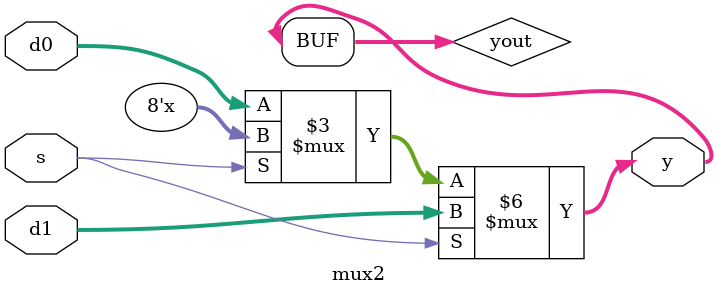
<source format=v>
`timescale 1ns / 1ps


module mux2 #(parameter WIDTH = 8)(
	input wire[WIDTH-1:0] d0,d1,
	input wire s,//0 take d0,1 take d1 
	output wire[WIDTH-1:0] y
    );
	//add your code here
	reg [WIDTH-1:0]yout;
	always@(*) begin
	   if(s) yout<=d1; 
	   else if(~s) yout<=d0;
    end
    assign y=yout;
endmodule

</source>
